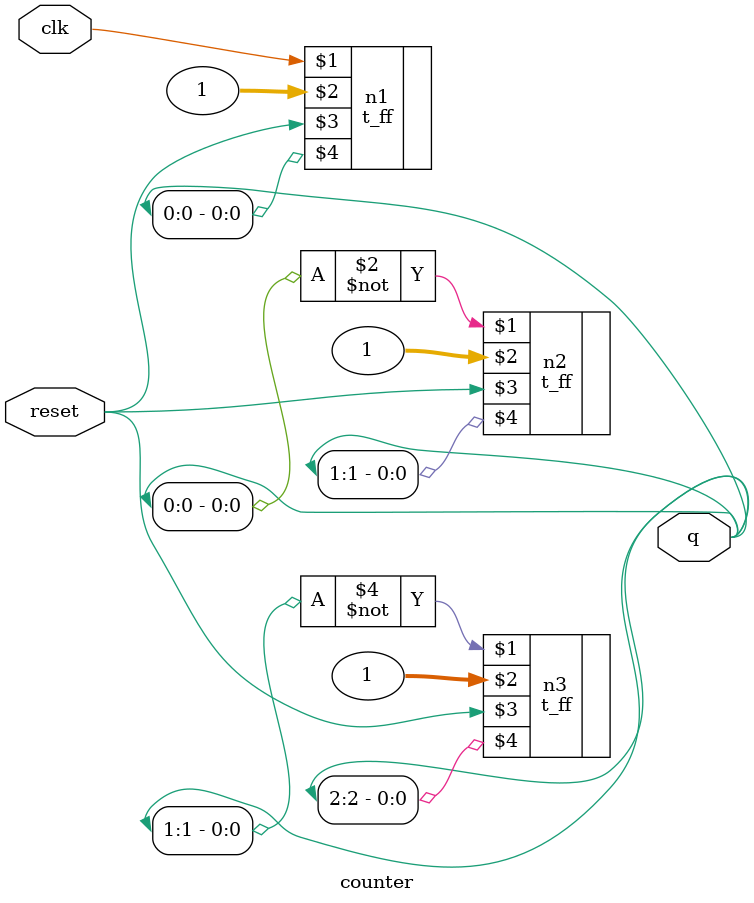
<source format=v>
module counter(clk,reset,q);
  input clk,reset;
  output reg [2:0] q;
  
 
  t_ff n1(clk,1,reset,q[0]);
  t_ff n2(~q[0],1,reset,q[1]);
  t_ff n3(~q[1],1,reset,q[2]);

endmodule
  
  

</source>
